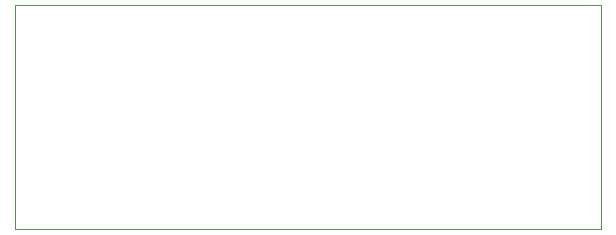
<source format=gbr>
%TF.GenerationSoftware,KiCad,Pcbnew,(5.1.7)-1*%
%TF.CreationDate,2021-05-02T00:17:45+08:00*%
%TF.ProjectId,t12_pps_power,7431325f-7070-4735-9f70-6f7765722e6b,rev?*%
%TF.SameCoordinates,Original*%
%TF.FileFunction,Profile,NP*%
%FSLAX46Y46*%
G04 Gerber Fmt 4.6, Leading zero omitted, Abs format (unit mm)*
G04 Created by KiCad (PCBNEW (5.1.7)-1) date 2021-05-02 00:17:45*
%MOMM*%
%LPD*%
G01*
G04 APERTURE LIST*
%TA.AperFunction,Profile*%
%ADD10C,0.050000*%
%TD*%
G04 APERTURE END LIST*
D10*
X59300000Y-64850000D02*
X41400000Y-64850000D01*
X68300000Y-64850000D02*
X91050000Y-64850000D01*
X91050000Y-64850000D02*
X91050000Y-64900000D01*
X91050000Y-83800000D02*
X91050000Y-64900000D01*
X41400000Y-83800000D02*
X91050000Y-83800000D01*
X41400000Y-82150000D02*
X41400000Y-83800000D01*
X41400000Y-64850000D02*
X41400000Y-82150000D01*
X68300000Y-64850000D02*
X59300000Y-64850000D01*
M02*

</source>
